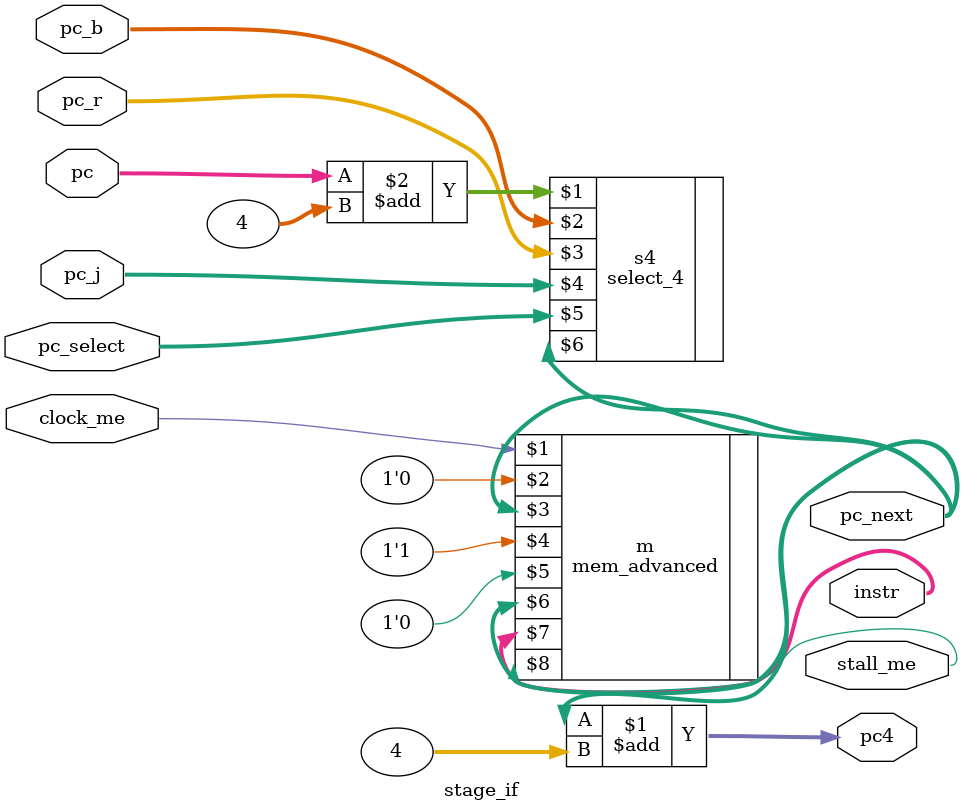
<source format=v>
/*
	
	Computer System (1) ------ Final Project
	MIPS 5-Level Pipeline CPU (Advanced)

	Author: 	Xu Yifei	&	Zhang Yiyi
	Stu. ID:	5130309056	&	5132409031
	Class: 		F1324004(ACM2013)
	College:	Zhiyuan College
	University: Shanghai Jiao Tong University

	File type:	Verilog --- Stage
	File name:	Stage 1 --- IF

	Version:
        0.1     2015/6/5    Struct established;
        0.2		2015/6/6	Version alpha;
		
*/


module stage_if (clock_me, pc_select, pc, pc_b, pc_r, pc_j, pc_next, pc4, instr, stall_me); 

	input	[31:0] 	pc, pc_b, pc_r, pc_j; 
	input	[1:0]	pc_select;
	input 	clock_me;

	output	[31:0]	pc_next, pc4, instr;
	output 	stall_me;

	assign 	pc4 = pc_next + 4;
	
	select_4 s4 (pc + 4, pc_b, pc_r, pc_j, pc_select, pc_next);

	//mem_simple m (clock_me, pc, 1'b0, pc, instr);
	mem_advanced m (clock_me, 1'b0, pc_next, 1'b1, 1'b0, pc_next, instr, stall_me);	

endmodule
</source>
